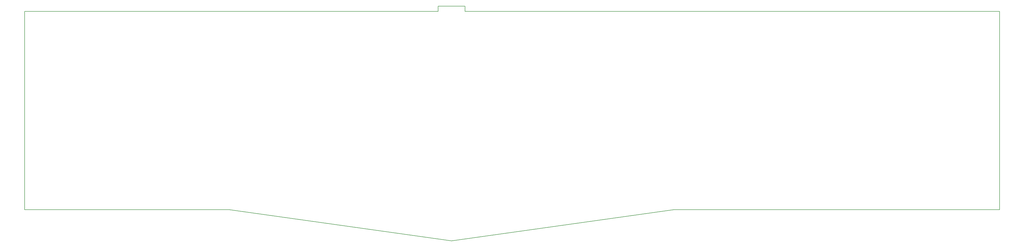
<source format=gbr>
%TF.GenerationSoftware,KiCad,Pcbnew,(5.99.0-9176-ga1730d51ff)*%
%TF.CreationDate,2021-03-09T20:14:40-06:00*%
%TF.ProjectId,Fur Elise,46757220-456c-4697-9365-2e6b69636164,rev?*%
%TF.SameCoordinates,Original*%
%TF.FileFunction,Profile,NP*%
%FSLAX46Y46*%
G04 Gerber Fmt 4.6, Leading zero omitted, Abs format (unit mm)*
G04 Created by KiCad (PCBNEW (5.99.0-9176-ga1730d51ff)) date 2021-03-09 20:14:40*
%MOMM*%
%LPD*%
G01*
G04 APERTURE LIST*
%TA.AperFunction,Profile*%
%ADD10C,0.200000*%
%TD*%
G04 APERTURE END LIST*
D10*
X376070211Y-82116418D02*
X497000500Y-82116418D01*
X212049004Y-155837568D02*
X294606715Y-167433583D01*
X136100500Y-115042368D02*
X136100500Y-141042368D01*
X136100500Y-141042368D02*
X136100500Y-155837569D01*
X289590199Y-80116418D02*
X289590199Y-82116418D01*
X294590199Y-80116418D02*
X289590199Y-80116418D01*
X213110187Y-82116418D02*
X155625001Y-82116418D01*
X155625001Y-82116418D02*
X138100001Y-82116418D01*
X136100500Y-115042368D02*
X136100500Y-82116418D01*
X299590199Y-80116418D02*
X299590199Y-82116418D01*
X294590199Y-80116418D02*
X299590199Y-80116418D01*
X299590199Y-82116418D02*
X376070211Y-82116418D01*
X497000500Y-155839169D02*
X497999501Y-155839169D01*
X497999501Y-155839169D02*
X497999501Y-153042368D01*
X138100001Y-155837569D02*
X212049004Y-155837568D01*
X136100500Y-82116418D02*
X138100001Y-82116418D01*
X213110187Y-82116418D02*
X289590199Y-82116418D01*
X497999501Y-140837168D02*
X497999501Y-82116418D01*
X294606715Y-167433583D02*
X377111909Y-155837568D01*
X136100500Y-155837569D02*
X138100001Y-155837569D01*
X497999501Y-82116418D02*
X497000500Y-82116418D01*
X497999501Y-140837168D02*
X497999501Y-153042368D01*
X497000500Y-155839169D02*
X377111909Y-155837568D01*
M02*

</source>
